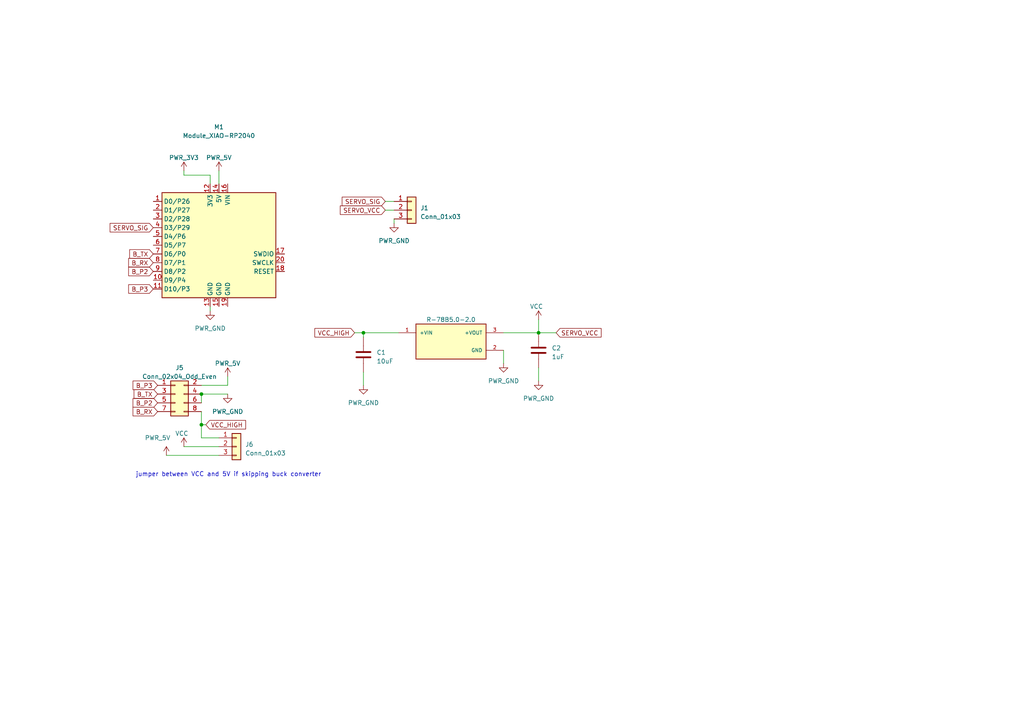
<source format=kicad_sch>
(kicad_sch (version 20230121) (generator eeschema)
  (paper "A4")
  (lib_symbols
    (symbol "Connector_Generic:Conn_01x03" (pin_names (offset 1.016) hide)
      (property "Reference" "J" (at 0 5.08 0))
      (property "Value" "Conn_01x03" (at 0 -5.08 0))
      (symbol "Conn_01x03_1_1"
        (rectangle (start -1.27 -2.413) (end 0 -2.667) (stroke (width 0.1524)))
        (rectangle (start -1.27 0.127) (end 0 -0.127) (stroke (width 0.1524)))
        (rectangle (start -1.27 2.667) (end 0 2.413) (stroke (width 0.1524)))
        (rectangle (start -1.27 3.81) (end 1.27 -3.81) (stroke (width 0.254)) (fill (type background)))
        (pin passive line (at -5.08 2.54 0) (length 3.81) (name "Pin_1") (number "1"))
        (pin passive line (at -5.08 0 0) (length 3.81) (name "Pin_2") (number "2"))
        (pin passive line (at -5.08 -2.54 0) (length 3.81) (name "Pin_3") (number "3"))
      )
    )
    (symbol "Connector_Generic:Conn_02x04_Odd_Even" (pin_names (offset 1.016) hide)
      (property "Reference" "J" (at 1.27 5.08 0))
      (property "Value" "Conn_02x04_Odd_Even" (at 1.27 -7.62 0))
      (symbol "Conn_02x04_Odd_Even_1_1"
        (rectangle (start -1.27 -4.953) (end 0 -5.207) (stroke (width 0.1524)))
        (rectangle (start -1.27 -2.413) (end 0 -2.667) (stroke (width 0.1524)))
        (rectangle (start -1.27 0.127) (end 0 -0.127) (stroke (width 0.1524)))
        (rectangle (start -1.27 2.667) (end 0 2.413) (stroke (width 0.1524)))
        (rectangle (start -1.27 3.81) (end 3.81 -6.35) (stroke (width 0.254)) (fill (type background)))
        (rectangle (start 3.81 -4.953) (end 2.54 -5.207) (stroke (width 0.1524)))
        (rectangle (start 3.81 -2.413) (end 2.54 -2.667) (stroke (width 0.1524)))
        (rectangle (start 3.81 0.127) (end 2.54 -0.127) (stroke (width 0.1524)))
        (rectangle (start 3.81 2.667) (end 2.54 2.413) (stroke (width 0.1524)))
        (pin passive line (at -5.08 2.54 0) (length 3.81) (name "Pin_1") (number "1"))
        (pin passive line (at 7.62 2.54 180) (length 3.81) (name "Pin_2") (number "2"))
        (pin passive line (at -5.08 0 0) (length 3.81) (name "Pin_3") (number "3"))
        (pin passive line (at 7.62 0 180) (length 3.81) (name "Pin_4") (number "4"))
        (pin passive line (at -5.08 -2.54 0) (length 3.81) (name "Pin_5") (number "5"))
        (pin passive line (at 7.62 -2.54 180) (length 3.81) (name "Pin_6") (number "6"))
        (pin passive line (at -5.08 -5.08 0) (length 3.81) (name "Pin_7") (number "7"))
        (pin passive line (at 7.62 -5.08 180) (length 3.81) (name "Pin_8") (number "8"))
      )
    )
    (symbol "R-78B5.0-2.0:R-78B5.0-2.0" (pin_names (offset 1.016))
      (property "Reference" "PS" (at -10.1639 6.3579 0))
      (property "Value" "R-78B5.0-2.0" (at -10.1614 -7.6227 0))
      (symbol "R-78B5.0-2.0_0_0"
        (rectangle (start -10.16 -5.08) (end 10.16 5.08) (stroke (width 0.254)) (fill (type background)))
        (pin input line (at -15.24 2.54 0) (length 5.08) (name "+VIN") (number "1"))
        (pin power_in line (at 15.24 -2.54 180) (length 5.08) (name "GND") (number "2"))
        (pin output line (at 15.24 2.54 180) (length 5.08) (name "+VOUT") (number "3"))
      )
    )
    (symbol "fab:C_1206" (pin_numbers hide)
      (property "Reference" "C" (at 0.635 2.54 0))
      (property "Value" "C_1206" (at 0.635 -2.54 0))
      (symbol "C_1206_0_1"
        (polyline (pts (xy -2.032 -0.762) (xy 2.032 -0.762)) (stroke (width 0.508)))
        (polyline (pts (xy -2.032 0.762) (xy 2.032 0.762)) (stroke (width 0.508)))
        (polyline (pts (xy 0 -0.635) (xy 0 -2.54)))
        (polyline (pts (xy 0 0.635) (xy 0 2.54)))
      )
      (symbol "C_1206_1_1"
        (pin passive line (at 0 5.08 270) (length 2.54) (name "~") (number "1"))
        (pin passive line (at 0 -5.08 90) (length 2.54) (name "~") (number "2"))
      )
    )
    (symbol "fab:Module_XIAO-RP2040"
      (property "Reference" "M1" (at 0 34.29 0))
      (property "Value" "Module_XIAO-RP2040" (at 0 31.75 0))
      (symbol "Module_XIAO-RP2040_1_1"
        (rectangle (start -16.51 15.24) (end 16.51 -15.24) (stroke (width 0.254)) (fill (type background)))
        (pin bidirectional line (at -19.05 12.7 0) (length 2.54) (name "D0/P26") (number "1"))
        (pin bidirectional line (at -19.05 -10.16 0) (length 2.54) (name "D9/P4") (number "10"))
        (pin bidirectional line (at -19.05 -12.7 0) (length 2.54) (name "D10/P3") (number "11"))
        (pin power_in line (at -2.54 17.78 270) (length 2.54) (name "3V3") (number "12"))
        (pin power_in line (at -2.54 -17.78 90) (length 2.54) (name "GND") (number "13"))
        (pin power_in line (at 0 17.78 270) (length 2.54) (name "5V") (number "14"))
        (pin power_in line (at 0 -17.78 90) (length 2.54) (name "GND") (number "15"))
        (pin power_in line (at 2.54 17.78 270) (length 2.54) (name "VIN") (number "16"))
        (pin bidirectional line (at 19.05 -2.54 180) (length 2.54) (name "SWDIO") (number "17"))
        (pin input line (at 19.05 -7.62 180) (length 2.54) (name "RESET") (number "18"))
        (pin power_in line (at 2.54 -17.78 90) (length 2.54) (name "GND") (number "19"))
        (pin bidirectional line (at -19.05 10.16 0) (length 2.54) (name "D1/P27") (number "2"))
        (pin input line (at 19.05 -5.08 180) (length 2.54) (name "SWCLK") (number "20"))
        (pin bidirectional line (at -19.05 7.62 0) (length 2.54) (name "D2/P28") (number "3"))
        (pin bidirectional line (at -19.05 5.08 0) (length 2.54) (name "D3/P29") (number "4"))
        (pin bidirectional line (at -19.05 2.54 0) (length 2.54) (name "D4/P6") (number "5"))
        (pin bidirectional line (at -19.05 0 0) (length 2.54) (name "D5/P7") (number "6"))
        (pin bidirectional line (at -19.05 -2.54 0) (length 2.54) (name "D6/P0") (number "7"))
        (pin bidirectional line (at -19.05 -5.08 0) (length 2.54) (name "D7/P1") (number "8"))
        (pin bidirectional line (at -19.05 -7.62 0) (length 2.54) (name "D8/P2") (number "9"))
      )
    )
    (symbol "fab:PWR_3V3" (power) (pin_names (offset 0))
      (property "Value" "PWR_3V3" (at 0 3.556 0))
      (symbol "PWR_3V3_0_1"
        (polyline (pts (xy -0.762 1.27) (xy 0 2.54)))
        (polyline (pts (xy 0 0) (xy 0 2.54)))
        (polyline (pts (xy 0 2.54) (xy 0.762 1.27)))
      )
      (symbol "PWR_3V3_1_1"
        (pin power_in line (at 0 0 90) (length 0) hide (name "PWR_3V3") (number "1"))
      )
    )
    (symbol "fab:PWR_5V" (power) (pin_names (offset 0))
      (property "Value" "PWR_5V" (at 0 3.556 0))
      (symbol "PWR_5V_0_1"
        (polyline (pts (xy -0.762 1.27) (xy 0 2.54)))
        (polyline (pts (xy 0 0) (xy 0 2.54)))
        (polyline (pts (xy 0 2.54) (xy 0.762 1.27)))
      )
      (symbol "PWR_5V_1_1"
        (pin power_in line (at 0 0 90) (length 0) hide (name "PWR_5V") (number "1"))
      )
    )
    (symbol "fab:PWR_GND" (power) (pin_names (offset 0))
      (property "Value" "PWR_GND" (at 0 -3.81 0))
      (symbol "PWR_GND_0_1"
        (polyline (pts (xy 0 0) (xy 0 -1.27) (xy 1.27 -1.27) (xy 0 -2.54) (xy -1.27 -1.27) (xy 0 -1.27)))
      )
      (symbol "PWR_GND_1_1"
        (pin power_in line (at 0 0 270) (length 0) hide (name "PWR_GND") (number "1"))
      )
    )
    (symbol "power:VCC" (power) (pin_names (offset 0))
      (property "Value" "VCC" (at 0 3.81 0))
      (symbol "VCC_0_1"
        (polyline (pts (xy -0.762 1.27) (xy 0 2.54)))
        (polyline (pts (xy 0 0) (xy 0 2.54)))
        (polyline (pts (xy 0 2.54) (xy 0.762 1.27)))
      )
      (symbol "VCC_1_1"
        (pin power_in line (at 0 0 90) (length 0) hide (name "VCC") (number "1"))
      )
    )
  )
  (junction (at 156.21 96.52))
  (junction (at 58.42 114.3))
  (junction (at 105.41 96.52))
  (junction (at 58.42 123.19))
  (wire (pts (xy 58.42 119.38) (xy 58.42 123.19)))
  (wire (pts (xy 114.3 64.77) (xy 114.3 63.5)))
  (wire (pts (xy 102.87 96.52) (xy 105.41 96.52)))
  (wire (pts (xy 58.42 114.3) (xy 66.04 114.3)))
  (wire (pts (xy 63.5 49.53) (xy 63.5 53.34)))
  (wire (pts (xy 66.04 111.76) (xy 58.42 111.76)))
  (wire (pts (xy 58.42 114.3) (xy 58.42 116.84)))
  (wire (pts (xy 60.96 50.8) (xy 60.96 53.34)))
  (wire (pts (xy 53.34 50.8) (xy 60.96 50.8)))
  (wire (pts (xy 105.41 111.76) (xy 105.41 107.95)))
  (wire (pts (xy 146.05 105.41) (xy 146.05 101.6)))
  (wire (pts (xy 58.42 127) (xy 63.5 127)))
  (wire (pts (xy 48.26 132.08) (xy 63.5 132.08)))
  (wire (pts (xy 146.05 96.52) (xy 156.21 96.52)))
  (wire (pts (xy 111.76 60.96) (xy 114.3 60.96)))
  (wire (pts (xy 156.21 96.52) (xy 161.29 96.52)))
  (wire (pts (xy 53.34 50.8) (xy 53.34 49.53)))
  (wire (pts (xy 58.42 123.19) (xy 59.69 123.19)))
  (wire (pts (xy 60.96 90.17) (xy 60.96 88.9)))
  (wire (pts (xy 105.41 96.52) (xy 115.57 96.52)))
  (wire (pts (xy 111.76 58.42) (xy 114.3 58.42)))
  (wire (pts (xy 66.04 109.22) (xy 66.04 111.76)))
  (wire (pts (xy 63.5 129.54) (xy 53.34 129.54)))
  (wire (pts (xy 58.42 123.19) (xy 58.42 127)))
  (wire (pts (xy 156.21 110.49) (xy 156.21 106.68)))
  (wire (pts (xy 105.41 96.52) (xy 105.41 97.79)))
  (wire (pts (xy 156.21 92.71) (xy 156.21 96.52)))
  (text "jumper between VCC and 5V if skipping buck converter" (at 39.37 138.43 0) (effects (font (size 1.27 1.27)) (justify left bottom)))
  (global_label "SERVO_VCC" (shape input) (at 161.29 96.52 0) (property "Intersheetrefs" "${INTERSHEET_REFS}" (effects hide)))
  (global_label "B_TX" (shape input) (at 44.45 73.66 180) (property "Intersheetrefs" "${INTERSHEET_REFS}" (effects hide)))
  (global_label "B_P3" (shape input) (at 45.72 111.76 180) (property "Intersheetrefs" "${INTERSHEET_REFS}" (effects hide)))
  (global_label "B_P2" (shape input) (at 45.72 116.84 180) (property "Intersheetrefs" "${INTERSHEET_REFS}" (effects hide)))
  (global_label "SERVO_SIG" (shape input) (at 111.76 58.42 180) (property "Intersheetrefs" "${INTERSHEET_REFS}" (effects hide)))
  (global_label "B_P2" (shape input) (at 44.45 78.74 180) (property "Intersheetrefs" "${INTERSHEET_REFS}" (effects hide)))
  (global_label "SERVO_VCC" (shape input) (at 111.76 60.96 180) (property "Intersheetrefs" "${INTERSHEET_REFS}" (effects hide)))
  (global_label "VCC_HIGH" (shape input) (at 102.87 96.52 180) (property "Intersheetrefs" "${INTERSHEET_REFS}" (effects hide)))
  (global_label "B_TX" (shape input) (at 45.72 114.3 180) (property "Intersheetrefs" "${INTERSHEET_REFS}" (effects hide)))
  (global_label "B_RX" (shape input) (at 45.72 119.38 180) (property "Intersheetrefs" "${INTERSHEET_REFS}" (effects hide)))
  (global_label "B_P3" (shape input) (at 44.45 83.82 180) (property "Intersheetrefs" "${INTERSHEET_REFS}" (effects hide)))
  (global_label "SERVO_SIG" (shape input) (at 44.45 66.04 180) (property "Intersheetrefs" "${INTERSHEET_REFS}" (effects hide)))
  (global_label "B_RX" (shape input) (at 44.45 76.2 180) (property "Intersheetrefs" "${INTERSHEET_REFS}" (effects hide)))
  (global_label "VCC_HIGH" (shape input) (at 59.69 123.19 0) (property "Intersheetrefs" "${INTERSHEET_REFS}" (effects hide)))
  (symbol (lib_id "fab:PWR_GND") (at 66.04 114.3 0) (unit 1)
    (property "Reference" "#PWR08" (effects hide))
    (property "Value" "PWR_GND" (at 66.04 119.38 0))
  )
  (symbol (lib_id "fab:PWR_3V3") (at 53.34 49.53 0) (unit 1)
    (property "Reference" "#PWR06" (effects hide))
    (property "Value" "PWR_3V3" (at 53.34 45.72 0))
  )
  (symbol (lib_id "fab:C_1206") (at 156.21 101.6 0) (unit 1)
    (property "Reference" "C2" (at 160.02 100.965 0) (effects (justify left)))
    (property "Value" "1uF" (at 160.02 103.505 0) (effects (justify left)))
    (property "Footprint" "fab:C_1206" (effects hide))
    (property "Datasheet" "https://www.yageo.com/upload/media/product/productsearch/datasheet/mlcc/UPY-GP_NP0_16V-to-50V_18.pdf" (effects hide))
  )
  (symbol (lib_id "R-78B5.0-2.0:R-78B5.0-2.0") (at 130.81 99.06 0) (unit 1)
    (property "Reference" "PS2" (effects hide))
    (property "Value" "R-78B5.0-2.0" (at 130.81 92.71 0))
    (property "Footprint" "R-78B5.0-2.0:CONV_R-78B5.0-2.0" (effects hide))
    (property "MF" "Recom Power" (effects hide))
    (property "MAXIMUM_PACKAGE_HEIGHT" "18 mm" (effects hide))
    (property "Package" "SIP-3 Recom Power" (effects hide))
    (property "Price" "None" (effects hide))
    (property "Check_prices" "https://www.snapeda.com/parts/R-78B5.0-2.0/Recom+Power/view-part/?ref=eda" (effects hide))
    (property "STANDARD" "IPC 7351B" (effects hide))
    (property "PARTREV" "5/2021" (effects hide))
    (property "SnapEDA_Link" "https://www.snapeda.com/parts/R-78B5.0-2.0/Recom+Power/view-part/?ref=snap" (effects hide))
    (property "MP" "R-78B5.0-2.0" (effects hide))
    (property "Purchase-URL" "https://www.snapeda.com/api/url_track_click_mouser/?unipart_id=898751&manufacturer=Recom Power&part_name=R-78B5.0-2.0&search_term=r-78b5.0-2.0" (effects hide))
    (property "Description" "\n2A DC/DC-Converter 'INNOLINE' SIP3 reg\n" (effects hide))
    (property "Availability" "In Stock" (effects hide))
    (property "MANUFACTURER" "Recom Power" (effects hide))
  )
  (symbol (lib_id "Connector_Generic:Conn_02x04_Odd_Even") (at 50.8 114.3 0) (unit 1)
    (property "Reference" "J5" (at 52.07 106.68 0))
    (property "Value" "Conn_02x04_Odd_Even" (at 52.07 109.22 0))
    (property "Footprint" "fab:PinHeader_2x04_P2.54mm_Vertical_pinch" (effects hide))
  )
  (symbol (lib_id "fab:C_1206") (at 105.41 102.87 0) (unit 1)
    (property "Reference" "C1" (at 109.22 102.235 0) (effects (justify left)))
    (property "Value" "10uF" (at 109.22 104.775 0) (effects (justify left)))
    (property "Footprint" "fab:C_1206" (effects hide))
    (property "Datasheet" "https://www.yageo.com/upload/media/product/productsearch/datasheet/mlcc/UPY-GP_NP0_16V-to-50V_18.pdf" (effects hide))
  )
  (symbol (lib_id "Connector_Generic:Conn_01x03") (at 119.38 60.96 0) (unit 1)
    (property "Reference" "J1" (at 121.92 60.325 0) (effects (justify left)))
    (property "Value" "Conn_01x03" (at 121.92 62.865 0) (effects (justify left)))
    (property "Footprint" "fab:PinHeader_1x03_P2.54mm_Vertical_pinch" (effects hide))
  )
  (symbol (lib_id "fab:PWR_GND") (at 156.21 110.49 0) (unit 1)
    (property "Reference" "#PWR012" (effects hide))
    (property "Value" "PWR_GND" (at 156.21 115.57 0))
  )
  (symbol (lib_id "fab:Module_XIAO-RP2040") (at 63.5 71.12 0) (unit 1)
    (property "Reference" "M1" (at 63.5 36.83 0))
    (property "Value" "Module_XIAO-RP2040" (at 63.5 39.37 0))
    (property "Footprint" "fab:SeeedStudio_XIAO_RP2040_SMD" (effects hide))
    (property "Datasheet" "https://wiki.seeedstudio.com/XIAO-RP2040/" (effects hide))
  )
  (symbol (lib_id "fab:PWR_GND") (at 105.41 111.76 0) (unit 1)
    (property "Reference" "#PWR011" (effects hide))
    (property "Value" "PWR_GND" (at 105.41 116.84 0))
  )
  (symbol (lib_id "fab:PWR_5V") (at 66.04 109.22 0) (unit 1)
    (property "Reference" "#PWR07" (effects hide))
    (property "Value" "PWR_5V" (at 66.04 105.41 0))
  )
  (symbol (lib_id "fab:PWR_5V") (at 48.26 132.08 0) (unit 1)
    (property "Reference" "#PWR010" (effects hide))
    (property "Value" "PWR_5V" (at 45.72 127 0))
  )
  (symbol (lib_id "Connector_Generic:Conn_01x03") (at 68.58 129.54 0) (unit 1)
    (property "Reference" "J6" (at 71.12 128.905 0) (effects (justify left)))
    (property "Value" "Conn_01x03" (at 71.12 131.445 0) (effects (justify left)))
    (property "Footprint" "fab:PinHeader_1x03_P2.54mm_Vertical_pinch" (effects hide))
  )
  (symbol (lib_id "power:VCC") (at 53.34 129.54 0) (unit 1)
    (property "Reference" "#PWR09" (effects hide))
    (property "Value" "VCC" (at 50.8 125.73 0) (effects (justify left)))
  )
  (symbol (lib_id "fab:PWR_GND") (at 114.3 64.77 0) (unit 1)
    (property "Reference" "#PWR01" (effects hide))
    (property "Value" "PWR_GND" (at 114.3 69.85 0))
  )
  (symbol (lib_id "fab:PWR_5V") (at 63.5 49.53 0) (unit 1)
    (property "Reference" "#PWR05" (effects hide))
    (property "Value" "PWR_5V" (at 63.5 45.72 0))
  )
  (symbol (lib_id "fab:PWR_GND") (at 60.96 90.17 0) (unit 1)
    (property "Reference" "#PWR02" (effects hide))
    (property "Value" "PWR_GND" (at 60.96 95.25 0))
  )
  (symbol (lib_id "power:VCC") (at 156.21 92.71 0) (unit 1)
    (property "Reference" "#PWR04" (effects hide))
    (property "Value" "VCC" (at 153.67 88.9 0) (effects (justify left)))
  )
  (symbol (lib_id "fab:PWR_GND") (at 146.05 105.41 0) (unit 1)
    (property "Reference" "#PWR03" (effects hide))
    (property "Value" "PWR_GND" (at 146.05 110.49 0))
  )
)
</source>
